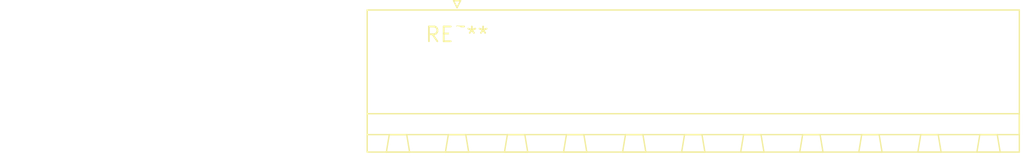
<source format=kicad_pcb>
(kicad_pcb (version 20240108) (generator pcbnew)
  (layers (0 "F.Cu" signal) (31 "B.Cu" signal) (34 "B.Paste" user) (35 "F.Paste" user) (36 "B.SilkS" user "B.Silkscreen") (37 "F.SilkS" user "F.Silkscreen") (38 "B.Mask" user) (39 "F.Mask" user) (44 "Edge.Cuts" user))
  (net 0 "")
  (footprint "PhoenixContact_MSTB_2,5_9-GF-5,08_1x09_P5.08mm_Horizontal_ThreadedFlange" (layer "F.Cu") (at 0 0)
    (property "Reference" "REF**")
    (property "Value" "PhoenixContact_MSTB_2,5_9-GF-5,08_1x09_P5.08mm_Horizontal_ThreadedFlange")
    (fp_line (start -7.73 -2.11) (end -7.73 10.11) (layer "F.SilkS") (stroke (width 0.12)))
    (fp_line (start -7.73 6.81) (end 48.37 6.81) (layer "F.SilkS") (stroke (width 0.12)))
    (fp_line (start -7.73 8.61) (end -7.73 6.81) (layer "F.SilkS") (stroke (width 0.12)))
    (fp_line (start -7.73 10.11) (end 48.37 10.11) (layer "F.SilkS") (stroke (width 0.12)))
    (fp_line (start -6.08 10.11) (end -4.08 10.11) (layer "F.SilkS") (stroke (width 0.12)))
    (fp_line (start -5.83 8.61) (end -6.08 10.11) (layer "F.SilkS") (stroke (width 0.12)))
    (fp_line (start -4.33 8.61) (end -5.83 8.61) (layer "F.SilkS") (stroke (width 0.12)))
    (fp_line (start -4.08 10.11) (end -4.33 8.61) (layer "F.SilkS") (stroke (width 0.12)))
    (fp_line (start -1 10.11) (end 1 10.11) (layer "F.SilkS") (stroke (width 0.12)))
    (fp_line (start -0.75 8.61) (end -1 10.11) (layer "F.SilkS") (stroke (width 0.12)))
    (fp_line (start -0.3 -2.91) (end 0.3 -2.91) (layer "F.SilkS") (stroke (width 0.12)))
    (fp_line (start 0 -2.31) (end -0.3 -2.91) (layer "F.SilkS") (stroke (width 0.12)))
    (fp_line (start 0.3 -2.91) (end 0 -2.31) (layer "F.SilkS") (stroke (width 0.12)))
    (fp_line (start 0.75 8.61) (end -0.75 8.61) (layer "F.SilkS") (stroke (width 0.12)))
    (fp_line (start 1 10.11) (end 0.75 8.61) (layer "F.SilkS") (stroke (width 0.12)))
    (fp_line (start 4.08 10.11) (end 6.08 10.11) (layer "F.SilkS") (stroke (width 0.12)))
    (fp_line (start 4.33 8.61) (end 4.08 10.11) (layer "F.SilkS") (stroke (width 0.12)))
    (fp_line (start 5.83 8.61) (end 4.33 8.61) (layer "F.SilkS") (stroke (width 0.12)))
    (fp_line (start 6.08 10.11) (end 5.83 8.61) (layer "F.SilkS") (stroke (width 0.12)))
    (fp_line (start 9.16 10.11) (end 11.16 10.11) (layer "F.SilkS") (stroke (width 0.12)))
    (fp_line (start 9.41 8.61) (end 9.16 10.11) (layer "F.SilkS") (stroke (width 0.12)))
    (fp_line (start 10.91 8.61) (end 9.41 8.61) (layer "F.SilkS") (stroke (width 0.12)))
    (fp_line (start 11.16 10.11) (end 10.91 8.61) (layer "F.SilkS") (stroke (width 0.12)))
    (fp_line (start 14.24 10.11) (end 16.24 10.11) (layer "F.SilkS") (stroke (width 0.12)))
    (fp_line (start 14.49 8.61) (end 14.24 10.11) (layer "F.SilkS") (stroke (width 0.12)))
    (fp_line (start 15.99 8.61) (end 14.49 8.61) (layer "F.SilkS") (stroke (width 0.12)))
    (fp_line (start 16.24 10.11) (end 15.99 8.61) (layer "F.SilkS") (stroke (width 0.12)))
    (fp_line (start 19.32 10.11) (end 21.32 10.11) (layer "F.SilkS") (stroke (width 0.12)))
    (fp_line (start 19.57 8.61) (end 19.32 10.11) (layer "F.SilkS") (stroke (width 0.12)))
    (fp_line (start 21.07 8.61) (end 19.57 8.61) (layer "F.SilkS") (stroke (width 0.12)))
    (fp_line (start 21.32 10.11) (end 21.07 8.61) (layer "F.SilkS") (stroke (width 0.12)))
    (fp_line (start 24.4 10.11) (end 26.4 10.11) (layer "F.SilkS") (stroke (width 0.12)))
    (fp_line (start 24.65 8.61) (end 24.4 10.11) (layer "F.SilkS") (stroke (width 0.12)))
    (fp_line (start 26.15 8.61) (end 24.65 8.61) (layer "F.SilkS") (stroke (width 0.12)))
    (fp_line (start 26.4 10.11) (end 26.15 8.61) (layer "F.SilkS") (stroke (width 0.12)))
    (fp_line (start 29.48 10.11) (end 31.48 10.11) (layer "F.SilkS") (stroke (width 0.12)))
    (fp_line (start 29.73 8.61) (end 29.48 10.11) (layer "F.SilkS") (stroke (width 0.12)))
    (fp_line (start 31.23 8.61) (end 29.73 8.61) (layer "F.SilkS") (stroke (width 0.12)))
    (fp_line (start 31.48 10.11) (end 31.23 8.61) (layer "F.SilkS") (stroke (width 0.12)))
    (fp_line (start 34.56 10.11) (end 36.56 10.11) (layer "F.SilkS") (stroke (width 0.12)))
    (fp_line (start 34.81 8.61) (end 34.56 10.11) (layer "F.SilkS") (stroke (width 0.12)))
    (fp_line (start 36.31 8.61) (end 34.81 8.61) (layer "F.SilkS") (stroke (width 0.12)))
    (fp_line (start 36.56 10.11) (end 36.31 8.61) (layer "F.SilkS") (stroke (width 0.12)))
    (fp_line (start 39.64 10.11) (end 41.64 10.11) (layer "F.SilkS") (stroke (width 0.12)))
    (fp_line (start 39.89 8.61) (end 39.64 10.11) (layer "F.SilkS") (stroke (width 0.12)))
    (fp_line (start 41.39 8.61) (end 39.89 8.61) (layer "F.SilkS") (stroke (width 0.12)))
    (fp_line (start 41.64 10.11) (end 41.39 8.61) (layer "F.SilkS") (stroke (width 0.12)))
    (fp_line (start 44.72 10.11) (end 46.72 10.11) (layer "F.SilkS") (stroke (width 0.12)))
    (fp_line (start 44.97 8.61) (end 44.72 10.11) (layer "F.SilkS") (stroke (width 0.12)))
    (fp_line (start 46.47 8.61) (end 44.97 8.61) (layer "F.SilkS") (stroke (width 0.12)))
    (fp_line (start 46.72 10.11) (end 46.47 8.61) (layer "F.SilkS") (stroke (width 0.12)))
    (fp_line (start 48.37 -2.11) (end -7.73 -2.11) (layer "F.SilkS") (stroke (width 0.12)))
    (fp_line (start 48.37 6.81) (end 48.37 8.61) (layer "F.SilkS") (stroke (width 0.12)))
    (fp_line (start 48.37 8.61) (end -7.73 8.61) (layer "F.SilkS") (stroke (width 0.12)))
    (fp_line (start 48.37 10.11) (end 48.37 -2.11) (layer "F.SilkS") (stroke (width 0.12)))
    (pad "1" thru_hole roundrect (at 0 0) (size 2.08 3.6) (drill 1.4) (layers *.Cu *.Mask) (remove_unused_layers) (roundrect_rratio 0.120192))
    (pad "2" thru_hole oval (at 5.08 0) (size 2.08 3.6) (drill 1.4) (layers *.Cu *.Mask) (remove_unused_layers))
    (pad "3" thru_hole oval (at 10.16 0) (size 2.08 3.6) (drill 1.4) (layers *.Cu *.Mask) (remove_unused_layers))
    (pad "4" thru_hole oval (at 15.24 0) (size 2.08 3.6) (drill 1.4) (layers *.Cu *.Mask) (remove_unused_layers))
    (pad "5" thru_hole oval (at 20.32 0) (size 2.08 3.6) (drill 1.4) (layers *.Cu *.Mask) (remove_unused_layers))
    (pad "6" thru_hole oval (at 25.4 0) (size 2.08 3.6) (drill 1.4) (layers *.Cu *.Mask) (remove_unused_layers))
    (pad "7" thru_hole oval (at 30.48 0) (size 2.08 3.6) (drill 1.4) (layers *.Cu *.Mask) (remove_unused_layers))
    (pad "8" thru_hole oval (at 35.56 0) (size 2.08 3.6) (drill 1.4) (layers *.Cu *.Mask) (remove_unused_layers))
    (pad "9" thru_hole oval (at 40.64 0) (size 2.08 3.6) (drill 1.4) (layers *.Cu *.Mask) (remove_unused_layers))
  )
)
</source>
